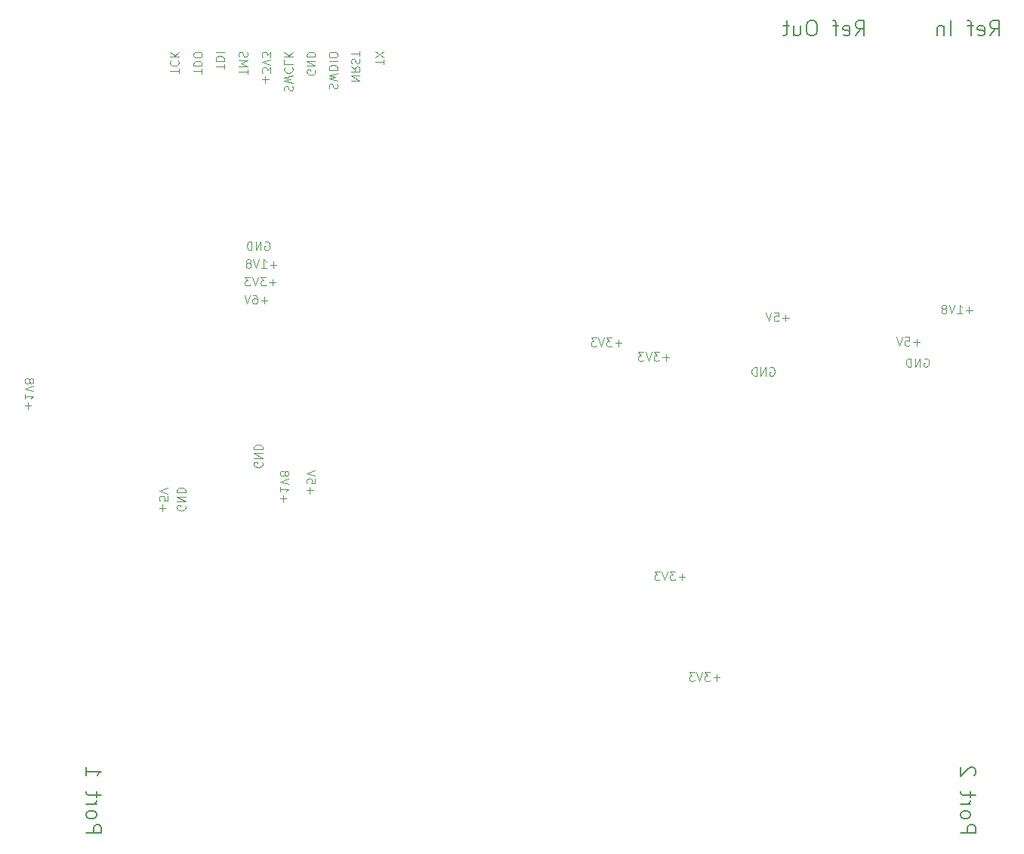
<source format=gbo>
G04 #@! TF.GenerationSoftware,KiCad,Pcbnew,(5.1.7)-1*
G04 #@! TF.CreationDate,2020-10-25T18:45:03+01:00*
G04 #@! TF.ProjectId,VNA,564e412e-6b69-4636-9164-5f7063625858,0.1*
G04 #@! TF.SameCoordinates,Original*
G04 #@! TF.FileFunction,Legend,Bot*
G04 #@! TF.FilePolarity,Positive*
%FSLAX46Y46*%
G04 Gerber Fmt 4.6, Leading zero omitted, Abs format (unit mm)*
G04 Created by KiCad (PCBNEW (5.1.7)-1) date 2020-10-25 18:45:03*
%MOMM*%
%LPD*%
G01*
G04 APERTURE LIST*
%ADD10C,0.081280*%
%ADD11C,0.142240*%
G04 APERTURE END LIST*
D10*
X118912877Y-85538400D02*
X119004801Y-85492438D01*
X119142687Y-85492438D01*
X119280572Y-85538400D01*
X119372496Y-85630323D01*
X119418458Y-85722247D01*
X119464420Y-85906095D01*
X119464420Y-86043980D01*
X119418458Y-86227828D01*
X119372496Y-86319752D01*
X119280572Y-86411676D01*
X119142687Y-86457638D01*
X119050763Y-86457638D01*
X118912877Y-86411676D01*
X118866915Y-86365714D01*
X118866915Y-86043980D01*
X119050763Y-86043980D01*
X118453258Y-86457638D02*
X118453258Y-85492438D01*
X117901715Y-86457638D01*
X117901715Y-85492438D01*
X117442096Y-86457638D02*
X117442096Y-85492438D01*
X117212287Y-85492438D01*
X117074401Y-85538400D01*
X116982477Y-85630323D01*
X116936515Y-85722247D01*
X116890553Y-85906095D01*
X116890553Y-86043980D01*
X116936515Y-86227828D01*
X116982477Y-86319752D01*
X117074401Y-86411676D01*
X117212287Y-86457638D01*
X117442096Y-86457638D01*
X120218458Y-88089942D02*
X119483068Y-88089942D01*
X119850763Y-88457638D02*
X119850763Y-87722247D01*
X118517868Y-88457638D02*
X119069410Y-88457638D01*
X118793639Y-88457638D02*
X118793639Y-87492438D01*
X118885563Y-87630323D01*
X118977487Y-87722247D01*
X119069410Y-87768209D01*
X118242096Y-87492438D02*
X117920363Y-88457638D01*
X117598629Y-87492438D01*
X117139010Y-87906095D02*
X117230934Y-87860133D01*
X117276896Y-87814171D01*
X117322858Y-87722247D01*
X117322858Y-87676285D01*
X117276896Y-87584361D01*
X117230934Y-87538400D01*
X117139010Y-87492438D01*
X116955163Y-87492438D01*
X116863239Y-87538400D01*
X116817277Y-87584361D01*
X116771315Y-87676285D01*
X116771315Y-87722247D01*
X116817277Y-87814171D01*
X116863239Y-87860133D01*
X116955163Y-87906095D01*
X117139010Y-87906095D01*
X117230934Y-87952057D01*
X117276896Y-87998019D01*
X117322858Y-88089942D01*
X117322858Y-88273790D01*
X117276896Y-88365714D01*
X117230934Y-88411676D01*
X117139010Y-88457638D01*
X116955163Y-88457638D01*
X116863239Y-88411676D01*
X116817277Y-88365714D01*
X116771315Y-88273790D01*
X116771315Y-88089942D01*
X116817277Y-87998019D01*
X116863239Y-87952057D01*
X116955163Y-87906095D01*
X120118458Y-90089942D02*
X119383068Y-90089942D01*
X119750763Y-90457638D02*
X119750763Y-89722247D01*
X119015372Y-89492438D02*
X118417868Y-89492438D01*
X118739601Y-89860133D01*
X118601715Y-89860133D01*
X118509791Y-89906095D01*
X118463829Y-89952057D01*
X118417868Y-90043980D01*
X118417868Y-90273790D01*
X118463829Y-90365714D01*
X118509791Y-90411676D01*
X118601715Y-90457638D01*
X118877487Y-90457638D01*
X118969410Y-90411676D01*
X119015372Y-90365714D01*
X118142096Y-89492438D02*
X117820363Y-90457638D01*
X117498629Y-89492438D01*
X117268820Y-89492438D02*
X116671315Y-89492438D01*
X116993048Y-89860133D01*
X116855163Y-89860133D01*
X116763239Y-89906095D01*
X116717277Y-89952057D01*
X116671315Y-90043980D01*
X116671315Y-90273790D01*
X116717277Y-90365714D01*
X116763239Y-90411676D01*
X116855163Y-90457638D01*
X117130934Y-90457638D01*
X117222858Y-90411676D01*
X117268820Y-90365714D01*
X119218458Y-92089942D02*
X118483068Y-92089942D01*
X118850763Y-92457638D02*
X118850763Y-91722247D01*
X117609791Y-91492438D02*
X117793639Y-91492438D01*
X117885563Y-91538400D01*
X117931525Y-91584361D01*
X118023448Y-91722247D01*
X118069410Y-91906095D01*
X118069410Y-92273790D01*
X118023448Y-92365714D01*
X117977487Y-92411676D01*
X117885563Y-92457638D01*
X117701715Y-92457638D01*
X117609791Y-92411676D01*
X117563829Y-92365714D01*
X117517868Y-92273790D01*
X117517868Y-92043980D01*
X117563829Y-91952057D01*
X117609791Y-91906095D01*
X117701715Y-91860133D01*
X117885563Y-91860133D01*
X117977487Y-91906095D01*
X118023448Y-91952057D01*
X118069410Y-92043980D01*
X117242096Y-91492438D02*
X116920363Y-92457638D01*
X116598629Y-91492438D01*
X109966300Y-115115377D02*
X110012261Y-115207301D01*
X110012261Y-115345187D01*
X109966300Y-115483072D01*
X109874376Y-115574996D01*
X109782452Y-115620958D01*
X109598604Y-115666920D01*
X109460719Y-115666920D01*
X109276871Y-115620958D01*
X109184947Y-115574996D01*
X109093023Y-115483072D01*
X109047061Y-115345187D01*
X109047061Y-115253263D01*
X109093023Y-115115377D01*
X109138985Y-115069415D01*
X109460719Y-115069415D01*
X109460719Y-115253263D01*
X109047061Y-114655758D02*
X110012261Y-114655758D01*
X109047061Y-114104215D01*
X110012261Y-114104215D01*
X109047061Y-113644596D02*
X110012261Y-113644596D01*
X110012261Y-113414787D01*
X109966300Y-113276901D01*
X109874376Y-113184977D01*
X109782452Y-113139015D01*
X109598604Y-113093053D01*
X109460719Y-113093053D01*
X109276871Y-113139015D01*
X109184947Y-113184977D01*
X109093023Y-113276901D01*
X109047061Y-113414787D01*
X109047061Y-113644596D01*
X107414757Y-115720958D02*
X107414757Y-114985568D01*
X107047061Y-115353263D02*
X107782452Y-115353263D01*
X108012261Y-114066329D02*
X108012261Y-114525948D01*
X107552642Y-114571910D01*
X107598604Y-114525948D01*
X107644566Y-114434025D01*
X107644566Y-114204215D01*
X107598604Y-114112291D01*
X107552642Y-114066329D01*
X107460719Y-114020368D01*
X107230909Y-114020368D01*
X107138985Y-114066329D01*
X107093023Y-114112291D01*
X107047061Y-114204215D01*
X107047061Y-114434025D01*
X107093023Y-114525948D01*
X107138985Y-114571910D01*
X108012261Y-113744596D02*
X107047061Y-113422863D01*
X108012261Y-113101129D01*
X123949557Y-113768184D02*
X123949557Y-113032793D01*
X123581861Y-113400489D02*
X124317252Y-113400489D01*
X124547061Y-112113555D02*
X124547061Y-112573174D01*
X124087442Y-112619136D01*
X124133404Y-112573174D01*
X124179366Y-112481251D01*
X124179366Y-112251441D01*
X124133404Y-112159517D01*
X124087442Y-112113555D01*
X123995519Y-112067593D01*
X123765709Y-112067593D01*
X123673785Y-112113555D01*
X123627823Y-112159517D01*
X123581861Y-112251441D01*
X123581861Y-112481251D01*
X123627823Y-112573174D01*
X123673785Y-112619136D01*
X124547061Y-111791822D02*
X123581861Y-111470089D01*
X124547061Y-111148355D01*
X177665684Y-94055142D02*
X176930293Y-94055142D01*
X177297989Y-94422838D02*
X177297989Y-93687447D01*
X176011055Y-93457638D02*
X176470674Y-93457638D01*
X176516636Y-93917257D01*
X176470674Y-93871295D01*
X176378751Y-93825333D01*
X176148941Y-93825333D01*
X176057017Y-93871295D01*
X176011055Y-93917257D01*
X175965093Y-94009180D01*
X175965093Y-94238990D01*
X176011055Y-94330914D01*
X176057017Y-94376876D01*
X176148941Y-94422838D01*
X176378751Y-94422838D01*
X176470674Y-94376876D01*
X176516636Y-94330914D01*
X175689322Y-93457638D02*
X175367589Y-94422838D01*
X175045855Y-93457638D01*
X192318458Y-96789942D02*
X191583068Y-96789942D01*
X191950763Y-97157638D02*
X191950763Y-96422247D01*
X190663829Y-96192438D02*
X191123448Y-96192438D01*
X191169410Y-96652057D01*
X191123448Y-96606095D01*
X191031525Y-96560133D01*
X190801715Y-96560133D01*
X190709791Y-96606095D01*
X190663829Y-96652057D01*
X190617868Y-96743980D01*
X190617868Y-96973790D01*
X190663829Y-97065714D01*
X190709791Y-97111676D01*
X190801715Y-97157638D01*
X191031525Y-97157638D01*
X191123448Y-97111676D01*
X191169410Y-97065714D01*
X190342096Y-96192438D02*
X190020363Y-97157638D01*
X189698629Y-96192438D01*
X192812877Y-98638400D02*
X192904801Y-98592438D01*
X193042687Y-98592438D01*
X193180572Y-98638400D01*
X193272496Y-98730323D01*
X193318458Y-98822247D01*
X193364420Y-99006095D01*
X193364420Y-99143980D01*
X193318458Y-99327828D01*
X193272496Y-99419752D01*
X193180572Y-99511676D01*
X193042687Y-99557638D01*
X192950763Y-99557638D01*
X192812877Y-99511676D01*
X192766915Y-99465714D01*
X192766915Y-99143980D01*
X192950763Y-99143980D01*
X192353258Y-99557638D02*
X192353258Y-98592438D01*
X191801715Y-99557638D01*
X191801715Y-98592438D01*
X191342096Y-99557638D02*
X191342096Y-98592438D01*
X191112287Y-98592438D01*
X190974401Y-98638400D01*
X190882477Y-98730323D01*
X190836515Y-98822247D01*
X190790553Y-99006095D01*
X190790553Y-99143980D01*
X190836515Y-99327828D01*
X190882477Y-99419752D01*
X190974401Y-99511676D01*
X191112287Y-99557638D01*
X191342096Y-99557638D01*
X175512877Y-99638400D02*
X175604801Y-99592438D01*
X175742687Y-99592438D01*
X175880572Y-99638400D01*
X175972496Y-99730323D01*
X176018458Y-99822247D01*
X176064420Y-100006095D01*
X176064420Y-100143980D01*
X176018458Y-100327828D01*
X175972496Y-100419752D01*
X175880572Y-100511676D01*
X175742687Y-100557638D01*
X175650763Y-100557638D01*
X175512877Y-100511676D01*
X175466915Y-100465714D01*
X175466915Y-100143980D01*
X175650763Y-100143980D01*
X175053258Y-100557638D02*
X175053258Y-99592438D01*
X174501715Y-100557638D01*
X174501715Y-99592438D01*
X174042096Y-100557638D02*
X174042096Y-99592438D01*
X173812287Y-99592438D01*
X173674401Y-99638400D01*
X173582477Y-99730323D01*
X173536515Y-99822247D01*
X173490553Y-100006095D01*
X173490553Y-100143980D01*
X173536515Y-100327828D01*
X173582477Y-100419752D01*
X173674401Y-100511676D01*
X173812287Y-100557638D01*
X174042096Y-100557638D01*
X118601100Y-110262603D02*
X118647061Y-110354527D01*
X118647061Y-110492412D01*
X118601100Y-110630298D01*
X118509176Y-110722222D01*
X118417252Y-110768184D01*
X118233404Y-110814146D01*
X118095519Y-110814146D01*
X117911671Y-110768184D01*
X117819747Y-110722222D01*
X117727823Y-110630298D01*
X117681861Y-110492412D01*
X117681861Y-110400489D01*
X117727823Y-110262603D01*
X117773785Y-110216641D01*
X118095519Y-110216641D01*
X118095519Y-110400489D01*
X117681861Y-109802984D02*
X118647061Y-109802984D01*
X117681861Y-109251441D01*
X118647061Y-109251441D01*
X117681861Y-108791822D02*
X118647061Y-108791822D01*
X118647061Y-108562012D01*
X118601100Y-108424127D01*
X118509176Y-108332203D01*
X118417252Y-108286241D01*
X118233404Y-108240279D01*
X118095519Y-108240279D01*
X117911671Y-108286241D01*
X117819747Y-108332203D01*
X117727823Y-108424127D01*
X117681861Y-108562012D01*
X117681861Y-108791822D01*
X198218458Y-93189942D02*
X197483068Y-93189942D01*
X197850763Y-93557638D02*
X197850763Y-92822247D01*
X196517868Y-93557638D02*
X197069410Y-93557638D01*
X196793639Y-93557638D02*
X196793639Y-92592438D01*
X196885563Y-92730323D01*
X196977487Y-92822247D01*
X197069410Y-92868209D01*
X196242096Y-92592438D02*
X195920363Y-93557638D01*
X195598629Y-92592438D01*
X195139010Y-93006095D02*
X195230934Y-92960133D01*
X195276896Y-92914171D01*
X195322858Y-92822247D01*
X195322858Y-92776285D01*
X195276896Y-92684361D01*
X195230934Y-92638400D01*
X195139010Y-92592438D01*
X194955163Y-92592438D01*
X194863239Y-92638400D01*
X194817277Y-92684361D01*
X194771315Y-92776285D01*
X194771315Y-92822247D01*
X194817277Y-92914171D01*
X194863239Y-92960133D01*
X194955163Y-93006095D01*
X195139010Y-93006095D01*
X195230934Y-93052057D01*
X195276896Y-93098019D01*
X195322858Y-93189942D01*
X195322858Y-93373790D01*
X195276896Y-93465714D01*
X195230934Y-93511676D01*
X195139010Y-93557638D01*
X194955163Y-93557638D01*
X194863239Y-93511676D01*
X194817277Y-93465714D01*
X194771315Y-93373790D01*
X194771315Y-93189942D01*
X194817277Y-93098019D01*
X194863239Y-93052057D01*
X194955163Y-93006095D01*
X120949557Y-114687422D02*
X120949557Y-113952032D01*
X120581861Y-114319727D02*
X121317252Y-114319727D01*
X120581861Y-112986832D02*
X120581861Y-113538374D01*
X120581861Y-113262603D02*
X121547061Y-113262603D01*
X121409176Y-113354527D01*
X121317252Y-113446451D01*
X121271290Y-113538374D01*
X121547061Y-112711060D02*
X120581861Y-112389327D01*
X121547061Y-112067593D01*
X121133404Y-111607974D02*
X121179366Y-111699898D01*
X121225328Y-111745860D01*
X121317252Y-111791822D01*
X121363214Y-111791822D01*
X121455138Y-111745860D01*
X121501100Y-111699898D01*
X121547061Y-111607974D01*
X121547061Y-111424127D01*
X121501100Y-111332203D01*
X121455138Y-111286241D01*
X121363214Y-111240279D01*
X121317252Y-111240279D01*
X121225328Y-111286241D01*
X121179366Y-111332203D01*
X121133404Y-111424127D01*
X121133404Y-111607974D01*
X121087442Y-111699898D01*
X121041480Y-111745860D01*
X120949557Y-111791822D01*
X120765709Y-111791822D01*
X120673785Y-111745860D01*
X120627823Y-111699898D01*
X120581861Y-111607974D01*
X120581861Y-111424127D01*
X120627823Y-111332203D01*
X120673785Y-111286241D01*
X120765709Y-111240279D01*
X120949557Y-111240279D01*
X121041480Y-111286241D01*
X121087442Y-111332203D01*
X121133404Y-111424127D01*
X92349557Y-104287422D02*
X92349557Y-103552032D01*
X91981861Y-103919727D02*
X92717252Y-103919727D01*
X91981861Y-102586832D02*
X91981861Y-103138374D01*
X91981861Y-102862603D02*
X92947061Y-102862603D01*
X92809176Y-102954527D01*
X92717252Y-103046451D01*
X92671290Y-103138374D01*
X92947061Y-102311060D02*
X91981861Y-101989327D01*
X92947061Y-101667593D01*
X92533404Y-101207974D02*
X92579366Y-101299898D01*
X92625328Y-101345860D01*
X92717252Y-101391822D01*
X92763214Y-101391822D01*
X92855138Y-101345860D01*
X92901100Y-101299898D01*
X92947061Y-101207974D01*
X92947061Y-101024127D01*
X92901100Y-100932203D01*
X92855138Y-100886241D01*
X92763214Y-100840279D01*
X92717252Y-100840279D01*
X92625328Y-100886241D01*
X92579366Y-100932203D01*
X92533404Y-101024127D01*
X92533404Y-101207974D01*
X92487442Y-101299898D01*
X92441480Y-101345860D01*
X92349557Y-101391822D01*
X92165709Y-101391822D01*
X92073785Y-101345860D01*
X92027823Y-101299898D01*
X91981861Y-101207974D01*
X91981861Y-101024127D01*
X92027823Y-100932203D01*
X92073785Y-100886241D01*
X92165709Y-100840279D01*
X92349557Y-100840279D01*
X92441480Y-100886241D01*
X92487442Y-100932203D01*
X92533404Y-101024127D01*
X169918458Y-134389942D02*
X169183068Y-134389942D01*
X169550763Y-134757638D02*
X169550763Y-134022247D01*
X168815372Y-133792438D02*
X168217868Y-133792438D01*
X168539601Y-134160133D01*
X168401715Y-134160133D01*
X168309791Y-134206095D01*
X168263829Y-134252057D01*
X168217868Y-134343980D01*
X168217868Y-134573790D01*
X168263829Y-134665714D01*
X168309791Y-134711676D01*
X168401715Y-134757638D01*
X168677487Y-134757638D01*
X168769410Y-134711676D01*
X168815372Y-134665714D01*
X167942096Y-133792438D02*
X167620363Y-134757638D01*
X167298629Y-133792438D01*
X167068820Y-133792438D02*
X166471315Y-133792438D01*
X166793048Y-134160133D01*
X166655163Y-134160133D01*
X166563239Y-134206095D01*
X166517277Y-134252057D01*
X166471315Y-134343980D01*
X166471315Y-134573790D01*
X166517277Y-134665714D01*
X166563239Y-134711676D01*
X166655163Y-134757638D01*
X166930934Y-134757638D01*
X167022858Y-134711676D01*
X167068820Y-134665714D01*
X166018458Y-123089942D02*
X165283068Y-123089942D01*
X165650763Y-123457638D02*
X165650763Y-122722247D01*
X164915372Y-122492438D02*
X164317868Y-122492438D01*
X164639601Y-122860133D01*
X164501715Y-122860133D01*
X164409791Y-122906095D01*
X164363829Y-122952057D01*
X164317868Y-123043980D01*
X164317868Y-123273790D01*
X164363829Y-123365714D01*
X164409791Y-123411676D01*
X164501715Y-123457638D01*
X164777487Y-123457638D01*
X164869410Y-123411676D01*
X164915372Y-123365714D01*
X164042096Y-122492438D02*
X163720363Y-123457638D01*
X163398629Y-122492438D01*
X163168820Y-122492438D02*
X162571315Y-122492438D01*
X162893048Y-122860133D01*
X162755163Y-122860133D01*
X162663239Y-122906095D01*
X162617277Y-122952057D01*
X162571315Y-123043980D01*
X162571315Y-123273790D01*
X162617277Y-123365714D01*
X162663239Y-123411676D01*
X162755163Y-123457638D01*
X163030934Y-123457638D01*
X163122858Y-123411676D01*
X163168820Y-123365714D01*
X158918458Y-96889942D02*
X158183068Y-96889942D01*
X158550763Y-97257638D02*
X158550763Y-96522247D01*
X157815372Y-96292438D02*
X157217868Y-96292438D01*
X157539601Y-96660133D01*
X157401715Y-96660133D01*
X157309791Y-96706095D01*
X157263829Y-96752057D01*
X157217868Y-96843980D01*
X157217868Y-97073790D01*
X157263829Y-97165714D01*
X157309791Y-97211676D01*
X157401715Y-97257638D01*
X157677487Y-97257638D01*
X157769410Y-97211676D01*
X157815372Y-97165714D01*
X156942096Y-96292438D02*
X156620363Y-97257638D01*
X156298629Y-96292438D01*
X156068820Y-96292438D02*
X155471315Y-96292438D01*
X155793048Y-96660133D01*
X155655163Y-96660133D01*
X155563239Y-96706095D01*
X155517277Y-96752057D01*
X155471315Y-96843980D01*
X155471315Y-97073790D01*
X155517277Y-97165714D01*
X155563239Y-97211676D01*
X155655163Y-97257638D01*
X155930934Y-97257638D01*
X156022858Y-97211676D01*
X156068820Y-97165714D01*
X164218458Y-98489942D02*
X163483068Y-98489942D01*
X163850763Y-98857638D02*
X163850763Y-98122247D01*
X163115372Y-97892438D02*
X162517868Y-97892438D01*
X162839601Y-98260133D01*
X162701715Y-98260133D01*
X162609791Y-98306095D01*
X162563829Y-98352057D01*
X162517868Y-98443980D01*
X162517868Y-98673790D01*
X162563829Y-98765714D01*
X162609791Y-98811676D01*
X162701715Y-98857638D01*
X162977487Y-98857638D01*
X163069410Y-98811676D01*
X163115372Y-98765714D01*
X162242096Y-97892438D02*
X161920363Y-98857638D01*
X161598629Y-97892438D01*
X161368820Y-97892438D02*
X160771315Y-97892438D01*
X161093048Y-98260133D01*
X160955163Y-98260133D01*
X160863239Y-98306095D01*
X160817277Y-98352057D01*
X160771315Y-98443980D01*
X160771315Y-98673790D01*
X160817277Y-98765714D01*
X160863239Y-98811676D01*
X160955163Y-98857638D01*
X161230934Y-98857638D01*
X161322858Y-98811676D01*
X161368820Y-98765714D01*
D11*
X196892433Y-151817656D02*
X198581533Y-151817656D01*
X198581533Y-151174189D01*
X198501100Y-151013322D01*
X198420666Y-150932889D01*
X198259800Y-150852456D01*
X198018500Y-150852456D01*
X197857633Y-150932889D01*
X197777200Y-151013322D01*
X197696766Y-151174189D01*
X197696766Y-151817656D01*
X196892433Y-149887256D02*
X196972866Y-150048122D01*
X197053300Y-150128556D01*
X197214166Y-150208989D01*
X197696766Y-150208989D01*
X197857633Y-150128556D01*
X197938066Y-150048122D01*
X198018500Y-149887256D01*
X198018500Y-149645956D01*
X197938066Y-149485089D01*
X197857633Y-149404656D01*
X197696766Y-149324222D01*
X197214166Y-149324222D01*
X197053300Y-149404656D01*
X196972866Y-149485089D01*
X196892433Y-149645956D01*
X196892433Y-149887256D01*
X196892433Y-148600322D02*
X198018500Y-148600322D01*
X197696766Y-148600322D02*
X197857633Y-148519889D01*
X197938066Y-148439456D01*
X198018500Y-148278589D01*
X198018500Y-148117722D01*
X198018500Y-147795989D02*
X198018500Y-147152522D01*
X198581533Y-147554689D02*
X197133733Y-147554689D01*
X196972866Y-147474256D01*
X196892433Y-147313389D01*
X196892433Y-147152522D01*
X198420666Y-145382989D02*
X198501100Y-145302556D01*
X198581533Y-145141689D01*
X198581533Y-144739522D01*
X198501100Y-144578656D01*
X198420666Y-144498222D01*
X198259800Y-144417789D01*
X198098933Y-144417789D01*
X197857633Y-144498222D01*
X196892433Y-145463422D01*
X196892433Y-144417789D01*
X98892433Y-151817656D02*
X100581533Y-151817656D01*
X100581533Y-151174189D01*
X100501100Y-151013322D01*
X100420666Y-150932889D01*
X100259800Y-150852456D01*
X100018500Y-150852456D01*
X99857633Y-150932889D01*
X99777200Y-151013322D01*
X99696766Y-151174189D01*
X99696766Y-151817656D01*
X98892433Y-149887256D02*
X98972866Y-150048122D01*
X99053300Y-150128556D01*
X99214166Y-150208989D01*
X99696766Y-150208989D01*
X99857633Y-150128556D01*
X99938066Y-150048122D01*
X100018500Y-149887256D01*
X100018500Y-149645956D01*
X99938066Y-149485089D01*
X99857633Y-149404656D01*
X99696766Y-149324222D01*
X99214166Y-149324222D01*
X99053300Y-149404656D01*
X98972866Y-149485089D01*
X98892433Y-149645956D01*
X98892433Y-149887256D01*
X98892433Y-148600322D02*
X100018500Y-148600322D01*
X99696766Y-148600322D02*
X99857633Y-148519889D01*
X99938066Y-148439456D01*
X100018500Y-148278589D01*
X100018500Y-148117722D01*
X100018500Y-147795989D02*
X100018500Y-147152522D01*
X100581533Y-147554689D02*
X99133733Y-147554689D01*
X98972866Y-147474256D01*
X98892433Y-147313389D01*
X98892433Y-147152522D01*
X98892433Y-144417789D02*
X98892433Y-145382989D01*
X98892433Y-144900389D02*
X100581533Y-144900389D01*
X100340233Y-145061256D01*
X100179366Y-145222122D01*
X100098933Y-145382989D01*
X200241277Y-62423166D02*
X200804310Y-61618833D01*
X201206477Y-62423166D02*
X201206477Y-60734066D01*
X200563010Y-60734066D01*
X200402144Y-60814500D01*
X200321710Y-60894933D01*
X200241277Y-61055800D01*
X200241277Y-61297100D01*
X200321710Y-61457966D01*
X200402144Y-61538400D01*
X200563010Y-61618833D01*
X201206477Y-61618833D01*
X198873910Y-62342733D02*
X199034777Y-62423166D01*
X199356510Y-62423166D01*
X199517377Y-62342733D01*
X199597810Y-62181866D01*
X199597810Y-61538400D01*
X199517377Y-61377533D01*
X199356510Y-61297100D01*
X199034777Y-61297100D01*
X198873910Y-61377533D01*
X198793477Y-61538400D01*
X198793477Y-61699266D01*
X199597810Y-61860133D01*
X198310877Y-61297100D02*
X197667410Y-61297100D01*
X198069577Y-62423166D02*
X198069577Y-60975366D01*
X197989144Y-60814500D01*
X197828277Y-60734066D01*
X197667410Y-60734066D01*
X195817444Y-62423166D02*
X195817444Y-60734066D01*
X195013110Y-61297100D02*
X195013110Y-62423166D01*
X195013110Y-61457966D02*
X194932677Y-61377533D01*
X194771810Y-61297100D01*
X194530510Y-61297100D01*
X194369644Y-61377533D01*
X194289210Y-61538400D01*
X194289210Y-62423166D01*
X185141277Y-62423166D02*
X185704310Y-61618833D01*
X186106477Y-62423166D02*
X186106477Y-60734066D01*
X185463010Y-60734066D01*
X185302144Y-60814500D01*
X185221710Y-60894933D01*
X185141277Y-61055800D01*
X185141277Y-61297100D01*
X185221710Y-61457966D01*
X185302144Y-61538400D01*
X185463010Y-61618833D01*
X186106477Y-61618833D01*
X183773910Y-62342733D02*
X183934777Y-62423166D01*
X184256510Y-62423166D01*
X184417377Y-62342733D01*
X184497810Y-62181866D01*
X184497810Y-61538400D01*
X184417377Y-61377533D01*
X184256510Y-61297100D01*
X183934777Y-61297100D01*
X183773910Y-61377533D01*
X183693477Y-61538400D01*
X183693477Y-61699266D01*
X184497810Y-61860133D01*
X183210877Y-61297100D02*
X182567410Y-61297100D01*
X182969577Y-62423166D02*
X182969577Y-60975366D01*
X182889144Y-60814500D01*
X182728277Y-60734066D01*
X182567410Y-60734066D01*
X180395710Y-60734066D02*
X180073977Y-60734066D01*
X179913110Y-60814500D01*
X179752244Y-60975366D01*
X179671810Y-61297100D01*
X179671810Y-61860133D01*
X179752244Y-62181866D01*
X179913110Y-62342733D01*
X180073977Y-62423166D01*
X180395710Y-62423166D01*
X180556577Y-62342733D01*
X180717444Y-62181866D01*
X180797877Y-61860133D01*
X180797877Y-61297100D01*
X180717444Y-60975366D01*
X180556577Y-60814500D01*
X180395710Y-60734066D01*
X178224010Y-61297100D02*
X178224010Y-62423166D01*
X178947910Y-61297100D02*
X178947910Y-62181866D01*
X178867477Y-62342733D01*
X178706610Y-62423166D01*
X178465310Y-62423166D01*
X178304444Y-62342733D01*
X178224010Y-62262300D01*
X177660977Y-61297100D02*
X177017510Y-61297100D01*
X177419677Y-60734066D02*
X177419677Y-62181866D01*
X177339244Y-62342733D01*
X177178377Y-62423166D01*
X177017510Y-62423166D01*
D10*
X132247061Y-65619136D02*
X132247061Y-65067593D01*
X131281861Y-65343365D02*
X132247061Y-65343365D01*
X132247061Y-64837784D02*
X131281861Y-64194317D01*
X132247061Y-64194317D02*
X131281861Y-64837784D01*
X128581861Y-67457612D02*
X129547061Y-67457612D01*
X128581861Y-66906070D01*
X129547061Y-66906070D01*
X128581861Y-65894908D02*
X129041480Y-66216641D01*
X128581861Y-66446451D02*
X129547061Y-66446451D01*
X129547061Y-66078755D01*
X129501100Y-65986832D01*
X129455138Y-65940870D01*
X129363214Y-65894908D01*
X129225328Y-65894908D01*
X129133404Y-65940870D01*
X129087442Y-65986832D01*
X129041480Y-66078755D01*
X129041480Y-66446451D01*
X128627823Y-65527212D02*
X128581861Y-65389327D01*
X128581861Y-65159517D01*
X128627823Y-65067593D01*
X128673785Y-65021632D01*
X128765709Y-64975670D01*
X128857633Y-64975670D01*
X128949557Y-65021632D01*
X128995519Y-65067593D01*
X129041480Y-65159517D01*
X129087442Y-65343365D01*
X129133404Y-65435289D01*
X129179366Y-65481251D01*
X129271290Y-65527212D01*
X129363214Y-65527212D01*
X129455138Y-65481251D01*
X129501100Y-65435289D01*
X129547061Y-65343365D01*
X129547061Y-65113555D01*
X129501100Y-64975670D01*
X129547061Y-64699898D02*
X129547061Y-64148355D01*
X128581861Y-64424127D02*
X129547061Y-64424127D01*
X126127823Y-68330889D02*
X126081861Y-68193003D01*
X126081861Y-67963193D01*
X126127823Y-67871270D01*
X126173785Y-67825308D01*
X126265709Y-67779346D01*
X126357633Y-67779346D01*
X126449557Y-67825308D01*
X126495519Y-67871270D01*
X126541480Y-67963193D01*
X126587442Y-68147041D01*
X126633404Y-68238965D01*
X126679366Y-68284927D01*
X126771290Y-68330889D01*
X126863214Y-68330889D01*
X126955138Y-68284927D01*
X127001100Y-68238965D01*
X127047061Y-68147041D01*
X127047061Y-67917232D01*
X127001100Y-67779346D01*
X127047061Y-67457612D02*
X126081861Y-67227803D01*
X126771290Y-67043955D01*
X126081861Y-66860108D01*
X127047061Y-66630298D01*
X126081861Y-66262603D02*
X127047061Y-66262603D01*
X127047061Y-66032793D01*
X127001100Y-65894908D01*
X126909176Y-65802984D01*
X126817252Y-65757022D01*
X126633404Y-65711060D01*
X126495519Y-65711060D01*
X126311671Y-65757022D01*
X126219747Y-65802984D01*
X126127823Y-65894908D01*
X126081861Y-66032793D01*
X126081861Y-66262603D01*
X126081861Y-65297403D02*
X127047061Y-65297403D01*
X127047061Y-64653936D02*
X127047061Y-64470089D01*
X127001100Y-64378165D01*
X126909176Y-64286241D01*
X126725328Y-64240279D01*
X126403595Y-64240279D01*
X126219747Y-64286241D01*
X126127823Y-64378165D01*
X126081861Y-64470089D01*
X126081861Y-64653936D01*
X126127823Y-64745860D01*
X126219747Y-64837784D01*
X126403595Y-64883746D01*
X126725328Y-64883746D01*
X126909176Y-64837784D01*
X127001100Y-64745860D01*
X127047061Y-64653936D01*
X124501100Y-66262603D02*
X124547061Y-66354527D01*
X124547061Y-66492412D01*
X124501100Y-66630298D01*
X124409176Y-66722222D01*
X124317252Y-66768184D01*
X124133404Y-66814146D01*
X123995519Y-66814146D01*
X123811671Y-66768184D01*
X123719747Y-66722222D01*
X123627823Y-66630298D01*
X123581861Y-66492412D01*
X123581861Y-66400489D01*
X123627823Y-66262603D01*
X123673785Y-66216641D01*
X123995519Y-66216641D01*
X123995519Y-66400489D01*
X123581861Y-65802984D02*
X124547061Y-65802984D01*
X123581861Y-65251441D01*
X124547061Y-65251441D01*
X123581861Y-64791822D02*
X124547061Y-64791822D01*
X124547061Y-64562012D01*
X124501100Y-64424127D01*
X124409176Y-64332203D01*
X124317252Y-64286241D01*
X124133404Y-64240279D01*
X123995519Y-64240279D01*
X123811671Y-64286241D01*
X123719747Y-64332203D01*
X123627823Y-64424127D01*
X123581861Y-64562012D01*
X123581861Y-64791822D01*
X121127823Y-68606660D02*
X121081861Y-68468774D01*
X121081861Y-68238965D01*
X121127823Y-68147041D01*
X121173785Y-68101079D01*
X121265709Y-68055117D01*
X121357633Y-68055117D01*
X121449557Y-68101079D01*
X121495519Y-68147041D01*
X121541480Y-68238965D01*
X121587442Y-68422812D01*
X121633404Y-68514736D01*
X121679366Y-68560698D01*
X121771290Y-68606660D01*
X121863214Y-68606660D01*
X121955138Y-68560698D01*
X122001100Y-68514736D01*
X122047061Y-68422812D01*
X122047061Y-68193003D01*
X122001100Y-68055117D01*
X122047061Y-67733384D02*
X121081861Y-67503574D01*
X121771290Y-67319727D01*
X121081861Y-67135879D01*
X122047061Y-66906070D01*
X121173785Y-65986832D02*
X121127823Y-66032793D01*
X121081861Y-66170679D01*
X121081861Y-66262603D01*
X121127823Y-66400489D01*
X121219747Y-66492412D01*
X121311671Y-66538374D01*
X121495519Y-66584336D01*
X121633404Y-66584336D01*
X121817252Y-66538374D01*
X121909176Y-66492412D01*
X122001100Y-66400489D01*
X122047061Y-66262603D01*
X122047061Y-66170679D01*
X122001100Y-66032793D01*
X121955138Y-65986832D01*
X121081861Y-65113555D02*
X121081861Y-65573174D01*
X122047061Y-65573174D01*
X121081861Y-64791822D02*
X122047061Y-64791822D01*
X121081861Y-64240279D02*
X121633404Y-64653936D01*
X122047061Y-64240279D02*
X121495519Y-64791822D01*
X118949557Y-67687422D02*
X118949557Y-66952032D01*
X118581861Y-67319727D02*
X119317252Y-67319727D01*
X119547061Y-66584336D02*
X119547061Y-65986832D01*
X119179366Y-66308565D01*
X119179366Y-66170679D01*
X119133404Y-66078755D01*
X119087442Y-66032793D01*
X118995519Y-65986832D01*
X118765709Y-65986832D01*
X118673785Y-66032793D01*
X118627823Y-66078755D01*
X118581861Y-66170679D01*
X118581861Y-66446451D01*
X118627823Y-66538374D01*
X118673785Y-66584336D01*
X119547061Y-65711060D02*
X118581861Y-65389327D01*
X119547061Y-65067593D01*
X119547061Y-64837784D02*
X119547061Y-64240279D01*
X119179366Y-64562012D01*
X119179366Y-64424127D01*
X119133404Y-64332203D01*
X119087442Y-64286241D01*
X118995519Y-64240279D01*
X118765709Y-64240279D01*
X118673785Y-64286241D01*
X118627823Y-64332203D01*
X118581861Y-64424127D01*
X118581861Y-64699898D01*
X118627823Y-64791822D01*
X118673785Y-64837784D01*
X116947061Y-66722222D02*
X116947061Y-66170679D01*
X115981861Y-66446451D02*
X116947061Y-66446451D01*
X115981861Y-65848946D02*
X116947061Y-65848946D01*
X116257633Y-65527212D01*
X116947061Y-65205479D01*
X115981861Y-65205479D01*
X116027823Y-64791822D02*
X115981861Y-64653936D01*
X115981861Y-64424127D01*
X116027823Y-64332203D01*
X116073785Y-64286241D01*
X116165709Y-64240279D01*
X116257633Y-64240279D01*
X116349557Y-64286241D01*
X116395519Y-64332203D01*
X116441480Y-64424127D01*
X116487442Y-64607974D01*
X116533404Y-64699898D01*
X116579366Y-64745860D01*
X116671290Y-64791822D01*
X116763214Y-64791822D01*
X116855138Y-64745860D01*
X116901100Y-64699898D01*
X116947061Y-64607974D01*
X116947061Y-64378165D01*
X116901100Y-64240279D01*
X114347061Y-66124717D02*
X114347061Y-65573174D01*
X113381861Y-65848946D02*
X114347061Y-65848946D01*
X113381861Y-65251441D02*
X114347061Y-65251441D01*
X114347061Y-65021632D01*
X114301100Y-64883746D01*
X114209176Y-64791822D01*
X114117252Y-64745860D01*
X113933404Y-64699898D01*
X113795519Y-64699898D01*
X113611671Y-64745860D01*
X113519747Y-64791822D01*
X113427823Y-64883746D01*
X113381861Y-65021632D01*
X113381861Y-65251441D01*
X113381861Y-64286241D02*
X114347061Y-64286241D01*
X111847061Y-66676260D02*
X111847061Y-66124717D01*
X110881861Y-66400489D02*
X111847061Y-66400489D01*
X110881861Y-65802984D02*
X111847061Y-65802984D01*
X111847061Y-65573174D01*
X111801100Y-65435289D01*
X111709176Y-65343365D01*
X111617252Y-65297403D01*
X111433404Y-65251441D01*
X111295519Y-65251441D01*
X111111671Y-65297403D01*
X111019747Y-65343365D01*
X110927823Y-65435289D01*
X110881861Y-65573174D01*
X110881861Y-65802984D01*
X111847061Y-64653936D02*
X111847061Y-64470089D01*
X111801100Y-64378165D01*
X111709176Y-64286241D01*
X111525328Y-64240279D01*
X111203595Y-64240279D01*
X111019747Y-64286241D01*
X110927823Y-64378165D01*
X110881861Y-64470089D01*
X110881861Y-64653936D01*
X110927823Y-64745860D01*
X111019747Y-64837784D01*
X111203595Y-64883746D01*
X111525328Y-64883746D01*
X111709176Y-64837784D01*
X111801100Y-64745860D01*
X111847061Y-64653936D01*
X109247061Y-66630298D02*
X109247061Y-66078755D01*
X108281861Y-66354527D02*
X109247061Y-66354527D01*
X108373785Y-65205479D02*
X108327823Y-65251441D01*
X108281861Y-65389327D01*
X108281861Y-65481251D01*
X108327823Y-65619136D01*
X108419747Y-65711060D01*
X108511671Y-65757022D01*
X108695519Y-65802984D01*
X108833404Y-65802984D01*
X109017252Y-65757022D01*
X109109176Y-65711060D01*
X109201100Y-65619136D01*
X109247061Y-65481251D01*
X109247061Y-65389327D01*
X109201100Y-65251441D01*
X109155138Y-65205479D01*
X108281861Y-64791822D02*
X109247061Y-64791822D01*
X108281861Y-64240279D02*
X108833404Y-64653936D01*
X109247061Y-64240279D02*
X108695519Y-64791822D01*
M02*

</source>
